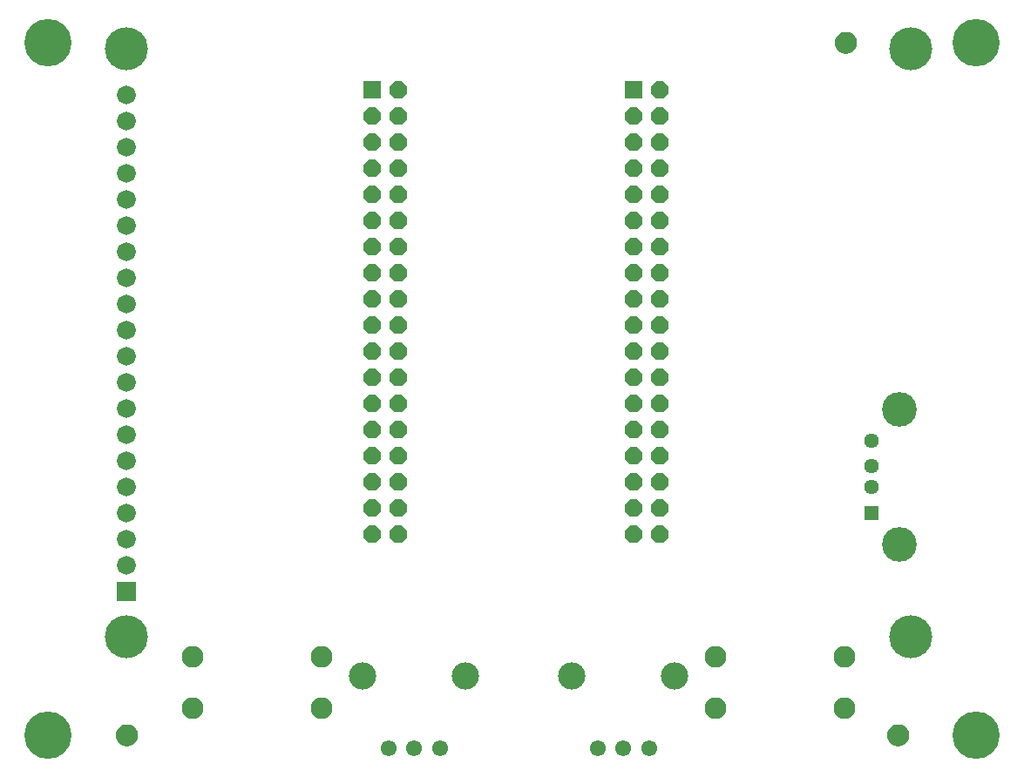
<source format=gbr>
G04 EAGLE Gerber RS-274X export*
G75*
%MOMM*%
%FSLAX34Y34*%
%LPD*%
%INSoldermask Bottom*%
%IPPOS*%
%AMOC8*
5,1,8,0,0,1.08239X$1,22.5*%
G01*
%ADD10C,0.609600*%
%ADD11C,1.168400*%
%ADD12C,4.597400*%
%ADD13C,1.552400*%
%ADD14C,2.652400*%
%ADD15R,1.828800X1.828800*%
%ADD16C,1.828800*%
%ADD17C,4.168400*%
%ADD18C,2.112400*%
%ADD19R,1.676400X1.676400*%
%ADD20P,1.814519X8X292.500000*%
%ADD21R,1.440400X1.440400*%
%ADD22C,1.440400*%
%ADD23C,3.372400*%


D10*
X106680Y38100D02*
X106682Y38287D01*
X106689Y38474D01*
X106701Y38661D01*
X106717Y38847D01*
X106737Y39033D01*
X106762Y39218D01*
X106792Y39403D01*
X106826Y39587D01*
X106865Y39770D01*
X106908Y39952D01*
X106956Y40132D01*
X107008Y40312D01*
X107065Y40490D01*
X107125Y40667D01*
X107191Y40842D01*
X107260Y41016D01*
X107334Y41188D01*
X107412Y41358D01*
X107494Y41526D01*
X107580Y41692D01*
X107670Y41856D01*
X107764Y42017D01*
X107862Y42177D01*
X107964Y42333D01*
X108070Y42488D01*
X108180Y42639D01*
X108293Y42788D01*
X108410Y42934D01*
X108530Y43077D01*
X108654Y43217D01*
X108781Y43354D01*
X108912Y43488D01*
X109046Y43619D01*
X109183Y43746D01*
X109323Y43870D01*
X109466Y43990D01*
X109612Y44107D01*
X109761Y44220D01*
X109912Y44330D01*
X110067Y44436D01*
X110223Y44538D01*
X110383Y44636D01*
X110544Y44730D01*
X110708Y44820D01*
X110874Y44906D01*
X111042Y44988D01*
X111212Y45066D01*
X111384Y45140D01*
X111558Y45209D01*
X111733Y45275D01*
X111910Y45335D01*
X112088Y45392D01*
X112268Y45444D01*
X112448Y45492D01*
X112630Y45535D01*
X112813Y45574D01*
X112997Y45608D01*
X113182Y45638D01*
X113367Y45663D01*
X113553Y45683D01*
X113739Y45699D01*
X113926Y45711D01*
X114113Y45718D01*
X114300Y45720D01*
X114487Y45718D01*
X114674Y45711D01*
X114861Y45699D01*
X115047Y45683D01*
X115233Y45663D01*
X115418Y45638D01*
X115603Y45608D01*
X115787Y45574D01*
X115970Y45535D01*
X116152Y45492D01*
X116332Y45444D01*
X116512Y45392D01*
X116690Y45335D01*
X116867Y45275D01*
X117042Y45209D01*
X117216Y45140D01*
X117388Y45066D01*
X117558Y44988D01*
X117726Y44906D01*
X117892Y44820D01*
X118056Y44730D01*
X118217Y44636D01*
X118377Y44538D01*
X118533Y44436D01*
X118688Y44330D01*
X118839Y44220D01*
X118988Y44107D01*
X119134Y43990D01*
X119277Y43870D01*
X119417Y43746D01*
X119554Y43619D01*
X119688Y43488D01*
X119819Y43354D01*
X119946Y43217D01*
X120070Y43077D01*
X120190Y42934D01*
X120307Y42788D01*
X120420Y42639D01*
X120530Y42488D01*
X120636Y42333D01*
X120738Y42177D01*
X120836Y42017D01*
X120930Y41856D01*
X121020Y41692D01*
X121106Y41526D01*
X121188Y41358D01*
X121266Y41188D01*
X121340Y41016D01*
X121409Y40842D01*
X121475Y40667D01*
X121535Y40490D01*
X121592Y40312D01*
X121644Y40132D01*
X121692Y39952D01*
X121735Y39770D01*
X121774Y39587D01*
X121808Y39403D01*
X121838Y39218D01*
X121863Y39033D01*
X121883Y38847D01*
X121899Y38661D01*
X121911Y38474D01*
X121918Y38287D01*
X121920Y38100D01*
X121918Y37913D01*
X121911Y37726D01*
X121899Y37539D01*
X121883Y37353D01*
X121863Y37167D01*
X121838Y36982D01*
X121808Y36797D01*
X121774Y36613D01*
X121735Y36430D01*
X121692Y36248D01*
X121644Y36068D01*
X121592Y35888D01*
X121535Y35710D01*
X121475Y35533D01*
X121409Y35358D01*
X121340Y35184D01*
X121266Y35012D01*
X121188Y34842D01*
X121106Y34674D01*
X121020Y34508D01*
X120930Y34344D01*
X120836Y34183D01*
X120738Y34023D01*
X120636Y33867D01*
X120530Y33712D01*
X120420Y33561D01*
X120307Y33412D01*
X120190Y33266D01*
X120070Y33123D01*
X119946Y32983D01*
X119819Y32846D01*
X119688Y32712D01*
X119554Y32581D01*
X119417Y32454D01*
X119277Y32330D01*
X119134Y32210D01*
X118988Y32093D01*
X118839Y31980D01*
X118688Y31870D01*
X118533Y31764D01*
X118377Y31662D01*
X118217Y31564D01*
X118056Y31470D01*
X117892Y31380D01*
X117726Y31294D01*
X117558Y31212D01*
X117388Y31134D01*
X117216Y31060D01*
X117042Y30991D01*
X116867Y30925D01*
X116690Y30865D01*
X116512Y30808D01*
X116332Y30756D01*
X116152Y30708D01*
X115970Y30665D01*
X115787Y30626D01*
X115603Y30592D01*
X115418Y30562D01*
X115233Y30537D01*
X115047Y30517D01*
X114861Y30501D01*
X114674Y30489D01*
X114487Y30482D01*
X114300Y30480D01*
X114113Y30482D01*
X113926Y30489D01*
X113739Y30501D01*
X113553Y30517D01*
X113367Y30537D01*
X113182Y30562D01*
X112997Y30592D01*
X112813Y30626D01*
X112630Y30665D01*
X112448Y30708D01*
X112268Y30756D01*
X112088Y30808D01*
X111910Y30865D01*
X111733Y30925D01*
X111558Y30991D01*
X111384Y31060D01*
X111212Y31134D01*
X111042Y31212D01*
X110874Y31294D01*
X110708Y31380D01*
X110544Y31470D01*
X110383Y31564D01*
X110223Y31662D01*
X110067Y31764D01*
X109912Y31870D01*
X109761Y31980D01*
X109612Y32093D01*
X109466Y32210D01*
X109323Y32330D01*
X109183Y32454D01*
X109046Y32581D01*
X108912Y32712D01*
X108781Y32846D01*
X108654Y32983D01*
X108530Y33123D01*
X108410Y33266D01*
X108293Y33412D01*
X108180Y33561D01*
X108070Y33712D01*
X107964Y33867D01*
X107862Y34023D01*
X107764Y34183D01*
X107670Y34344D01*
X107580Y34508D01*
X107494Y34674D01*
X107412Y34842D01*
X107334Y35012D01*
X107260Y35184D01*
X107191Y35358D01*
X107125Y35533D01*
X107065Y35710D01*
X107008Y35888D01*
X106956Y36068D01*
X106908Y36248D01*
X106865Y36430D01*
X106826Y36613D01*
X106792Y36797D01*
X106762Y36982D01*
X106737Y37167D01*
X106717Y37353D01*
X106701Y37539D01*
X106689Y37726D01*
X106682Y37913D01*
X106680Y38100D01*
D11*
X114300Y38100D03*
D10*
X805180Y711200D02*
X805182Y711387D01*
X805189Y711574D01*
X805201Y711761D01*
X805217Y711947D01*
X805237Y712133D01*
X805262Y712318D01*
X805292Y712503D01*
X805326Y712687D01*
X805365Y712870D01*
X805408Y713052D01*
X805456Y713232D01*
X805508Y713412D01*
X805565Y713590D01*
X805625Y713767D01*
X805691Y713942D01*
X805760Y714116D01*
X805834Y714288D01*
X805912Y714458D01*
X805994Y714626D01*
X806080Y714792D01*
X806170Y714956D01*
X806264Y715117D01*
X806362Y715277D01*
X806464Y715433D01*
X806570Y715588D01*
X806680Y715739D01*
X806793Y715888D01*
X806910Y716034D01*
X807030Y716177D01*
X807154Y716317D01*
X807281Y716454D01*
X807412Y716588D01*
X807546Y716719D01*
X807683Y716846D01*
X807823Y716970D01*
X807966Y717090D01*
X808112Y717207D01*
X808261Y717320D01*
X808412Y717430D01*
X808567Y717536D01*
X808723Y717638D01*
X808883Y717736D01*
X809044Y717830D01*
X809208Y717920D01*
X809374Y718006D01*
X809542Y718088D01*
X809712Y718166D01*
X809884Y718240D01*
X810058Y718309D01*
X810233Y718375D01*
X810410Y718435D01*
X810588Y718492D01*
X810768Y718544D01*
X810948Y718592D01*
X811130Y718635D01*
X811313Y718674D01*
X811497Y718708D01*
X811682Y718738D01*
X811867Y718763D01*
X812053Y718783D01*
X812239Y718799D01*
X812426Y718811D01*
X812613Y718818D01*
X812800Y718820D01*
X812987Y718818D01*
X813174Y718811D01*
X813361Y718799D01*
X813547Y718783D01*
X813733Y718763D01*
X813918Y718738D01*
X814103Y718708D01*
X814287Y718674D01*
X814470Y718635D01*
X814652Y718592D01*
X814832Y718544D01*
X815012Y718492D01*
X815190Y718435D01*
X815367Y718375D01*
X815542Y718309D01*
X815716Y718240D01*
X815888Y718166D01*
X816058Y718088D01*
X816226Y718006D01*
X816392Y717920D01*
X816556Y717830D01*
X816717Y717736D01*
X816877Y717638D01*
X817033Y717536D01*
X817188Y717430D01*
X817339Y717320D01*
X817488Y717207D01*
X817634Y717090D01*
X817777Y716970D01*
X817917Y716846D01*
X818054Y716719D01*
X818188Y716588D01*
X818319Y716454D01*
X818446Y716317D01*
X818570Y716177D01*
X818690Y716034D01*
X818807Y715888D01*
X818920Y715739D01*
X819030Y715588D01*
X819136Y715433D01*
X819238Y715277D01*
X819336Y715117D01*
X819430Y714956D01*
X819520Y714792D01*
X819606Y714626D01*
X819688Y714458D01*
X819766Y714288D01*
X819840Y714116D01*
X819909Y713942D01*
X819975Y713767D01*
X820035Y713590D01*
X820092Y713412D01*
X820144Y713232D01*
X820192Y713052D01*
X820235Y712870D01*
X820274Y712687D01*
X820308Y712503D01*
X820338Y712318D01*
X820363Y712133D01*
X820383Y711947D01*
X820399Y711761D01*
X820411Y711574D01*
X820418Y711387D01*
X820420Y711200D01*
X820418Y711013D01*
X820411Y710826D01*
X820399Y710639D01*
X820383Y710453D01*
X820363Y710267D01*
X820338Y710082D01*
X820308Y709897D01*
X820274Y709713D01*
X820235Y709530D01*
X820192Y709348D01*
X820144Y709168D01*
X820092Y708988D01*
X820035Y708810D01*
X819975Y708633D01*
X819909Y708458D01*
X819840Y708284D01*
X819766Y708112D01*
X819688Y707942D01*
X819606Y707774D01*
X819520Y707608D01*
X819430Y707444D01*
X819336Y707283D01*
X819238Y707123D01*
X819136Y706967D01*
X819030Y706812D01*
X818920Y706661D01*
X818807Y706512D01*
X818690Y706366D01*
X818570Y706223D01*
X818446Y706083D01*
X818319Y705946D01*
X818188Y705812D01*
X818054Y705681D01*
X817917Y705554D01*
X817777Y705430D01*
X817634Y705310D01*
X817488Y705193D01*
X817339Y705080D01*
X817188Y704970D01*
X817033Y704864D01*
X816877Y704762D01*
X816717Y704664D01*
X816556Y704570D01*
X816392Y704480D01*
X816226Y704394D01*
X816058Y704312D01*
X815888Y704234D01*
X815716Y704160D01*
X815542Y704091D01*
X815367Y704025D01*
X815190Y703965D01*
X815012Y703908D01*
X814832Y703856D01*
X814652Y703808D01*
X814470Y703765D01*
X814287Y703726D01*
X814103Y703692D01*
X813918Y703662D01*
X813733Y703637D01*
X813547Y703617D01*
X813361Y703601D01*
X813174Y703589D01*
X812987Y703582D01*
X812800Y703580D01*
X812613Y703582D01*
X812426Y703589D01*
X812239Y703601D01*
X812053Y703617D01*
X811867Y703637D01*
X811682Y703662D01*
X811497Y703692D01*
X811313Y703726D01*
X811130Y703765D01*
X810948Y703808D01*
X810768Y703856D01*
X810588Y703908D01*
X810410Y703965D01*
X810233Y704025D01*
X810058Y704091D01*
X809884Y704160D01*
X809712Y704234D01*
X809542Y704312D01*
X809374Y704394D01*
X809208Y704480D01*
X809044Y704570D01*
X808883Y704664D01*
X808723Y704762D01*
X808567Y704864D01*
X808412Y704970D01*
X808261Y705080D01*
X808112Y705193D01*
X807966Y705310D01*
X807823Y705430D01*
X807683Y705554D01*
X807546Y705681D01*
X807412Y705812D01*
X807281Y705946D01*
X807154Y706083D01*
X807030Y706223D01*
X806910Y706366D01*
X806793Y706512D01*
X806680Y706661D01*
X806570Y706812D01*
X806464Y706967D01*
X806362Y707123D01*
X806264Y707283D01*
X806170Y707444D01*
X806080Y707608D01*
X805994Y707774D01*
X805912Y707942D01*
X805834Y708112D01*
X805760Y708284D01*
X805691Y708458D01*
X805625Y708633D01*
X805565Y708810D01*
X805508Y708988D01*
X805456Y709168D01*
X805408Y709348D01*
X805365Y709530D01*
X805326Y709713D01*
X805292Y709897D01*
X805262Y710082D01*
X805237Y710267D01*
X805217Y710453D01*
X805201Y710639D01*
X805189Y710826D01*
X805182Y711013D01*
X805180Y711200D01*
D11*
X812800Y711200D03*
D10*
X855980Y38100D02*
X855982Y38287D01*
X855989Y38474D01*
X856001Y38661D01*
X856017Y38847D01*
X856037Y39033D01*
X856062Y39218D01*
X856092Y39403D01*
X856126Y39587D01*
X856165Y39770D01*
X856208Y39952D01*
X856256Y40132D01*
X856308Y40312D01*
X856365Y40490D01*
X856425Y40667D01*
X856491Y40842D01*
X856560Y41016D01*
X856634Y41188D01*
X856712Y41358D01*
X856794Y41526D01*
X856880Y41692D01*
X856970Y41856D01*
X857064Y42017D01*
X857162Y42177D01*
X857264Y42333D01*
X857370Y42488D01*
X857480Y42639D01*
X857593Y42788D01*
X857710Y42934D01*
X857830Y43077D01*
X857954Y43217D01*
X858081Y43354D01*
X858212Y43488D01*
X858346Y43619D01*
X858483Y43746D01*
X858623Y43870D01*
X858766Y43990D01*
X858912Y44107D01*
X859061Y44220D01*
X859212Y44330D01*
X859367Y44436D01*
X859523Y44538D01*
X859683Y44636D01*
X859844Y44730D01*
X860008Y44820D01*
X860174Y44906D01*
X860342Y44988D01*
X860512Y45066D01*
X860684Y45140D01*
X860858Y45209D01*
X861033Y45275D01*
X861210Y45335D01*
X861388Y45392D01*
X861568Y45444D01*
X861748Y45492D01*
X861930Y45535D01*
X862113Y45574D01*
X862297Y45608D01*
X862482Y45638D01*
X862667Y45663D01*
X862853Y45683D01*
X863039Y45699D01*
X863226Y45711D01*
X863413Y45718D01*
X863600Y45720D01*
X863787Y45718D01*
X863974Y45711D01*
X864161Y45699D01*
X864347Y45683D01*
X864533Y45663D01*
X864718Y45638D01*
X864903Y45608D01*
X865087Y45574D01*
X865270Y45535D01*
X865452Y45492D01*
X865632Y45444D01*
X865812Y45392D01*
X865990Y45335D01*
X866167Y45275D01*
X866342Y45209D01*
X866516Y45140D01*
X866688Y45066D01*
X866858Y44988D01*
X867026Y44906D01*
X867192Y44820D01*
X867356Y44730D01*
X867517Y44636D01*
X867677Y44538D01*
X867833Y44436D01*
X867988Y44330D01*
X868139Y44220D01*
X868288Y44107D01*
X868434Y43990D01*
X868577Y43870D01*
X868717Y43746D01*
X868854Y43619D01*
X868988Y43488D01*
X869119Y43354D01*
X869246Y43217D01*
X869370Y43077D01*
X869490Y42934D01*
X869607Y42788D01*
X869720Y42639D01*
X869830Y42488D01*
X869936Y42333D01*
X870038Y42177D01*
X870136Y42017D01*
X870230Y41856D01*
X870320Y41692D01*
X870406Y41526D01*
X870488Y41358D01*
X870566Y41188D01*
X870640Y41016D01*
X870709Y40842D01*
X870775Y40667D01*
X870835Y40490D01*
X870892Y40312D01*
X870944Y40132D01*
X870992Y39952D01*
X871035Y39770D01*
X871074Y39587D01*
X871108Y39403D01*
X871138Y39218D01*
X871163Y39033D01*
X871183Y38847D01*
X871199Y38661D01*
X871211Y38474D01*
X871218Y38287D01*
X871220Y38100D01*
X871218Y37913D01*
X871211Y37726D01*
X871199Y37539D01*
X871183Y37353D01*
X871163Y37167D01*
X871138Y36982D01*
X871108Y36797D01*
X871074Y36613D01*
X871035Y36430D01*
X870992Y36248D01*
X870944Y36068D01*
X870892Y35888D01*
X870835Y35710D01*
X870775Y35533D01*
X870709Y35358D01*
X870640Y35184D01*
X870566Y35012D01*
X870488Y34842D01*
X870406Y34674D01*
X870320Y34508D01*
X870230Y34344D01*
X870136Y34183D01*
X870038Y34023D01*
X869936Y33867D01*
X869830Y33712D01*
X869720Y33561D01*
X869607Y33412D01*
X869490Y33266D01*
X869370Y33123D01*
X869246Y32983D01*
X869119Y32846D01*
X868988Y32712D01*
X868854Y32581D01*
X868717Y32454D01*
X868577Y32330D01*
X868434Y32210D01*
X868288Y32093D01*
X868139Y31980D01*
X867988Y31870D01*
X867833Y31764D01*
X867677Y31662D01*
X867517Y31564D01*
X867356Y31470D01*
X867192Y31380D01*
X867026Y31294D01*
X866858Y31212D01*
X866688Y31134D01*
X866516Y31060D01*
X866342Y30991D01*
X866167Y30925D01*
X865990Y30865D01*
X865812Y30808D01*
X865632Y30756D01*
X865452Y30708D01*
X865270Y30665D01*
X865087Y30626D01*
X864903Y30592D01*
X864718Y30562D01*
X864533Y30537D01*
X864347Y30517D01*
X864161Y30501D01*
X863974Y30489D01*
X863787Y30482D01*
X863600Y30480D01*
X863413Y30482D01*
X863226Y30489D01*
X863039Y30501D01*
X862853Y30517D01*
X862667Y30537D01*
X862482Y30562D01*
X862297Y30592D01*
X862113Y30626D01*
X861930Y30665D01*
X861748Y30708D01*
X861568Y30756D01*
X861388Y30808D01*
X861210Y30865D01*
X861033Y30925D01*
X860858Y30991D01*
X860684Y31060D01*
X860512Y31134D01*
X860342Y31212D01*
X860174Y31294D01*
X860008Y31380D01*
X859844Y31470D01*
X859683Y31564D01*
X859523Y31662D01*
X859367Y31764D01*
X859212Y31870D01*
X859061Y31980D01*
X858912Y32093D01*
X858766Y32210D01*
X858623Y32330D01*
X858483Y32454D01*
X858346Y32581D01*
X858212Y32712D01*
X858081Y32846D01*
X857954Y32983D01*
X857830Y33123D01*
X857710Y33266D01*
X857593Y33412D01*
X857480Y33561D01*
X857370Y33712D01*
X857264Y33867D01*
X857162Y34023D01*
X857064Y34183D01*
X856970Y34344D01*
X856880Y34508D01*
X856794Y34674D01*
X856712Y34842D01*
X856634Y35012D01*
X856560Y35184D01*
X856491Y35358D01*
X856425Y35533D01*
X856365Y35710D01*
X856308Y35888D01*
X856256Y36068D01*
X856208Y36248D01*
X856165Y36430D01*
X856126Y36613D01*
X856092Y36797D01*
X856062Y36982D01*
X856037Y37167D01*
X856017Y37353D01*
X856001Y37539D01*
X855989Y37726D01*
X855982Y37913D01*
X855980Y38100D01*
D11*
X863600Y38100D03*
D12*
X939800Y711200D03*
X38100Y711200D03*
X38100Y38100D03*
X939800Y38100D03*
D13*
X418700Y25400D03*
X393700Y25400D03*
X368700Y25400D03*
D14*
X443700Y95400D03*
X343700Y95400D03*
D13*
X621900Y25400D03*
X596900Y25400D03*
X571900Y25400D03*
D14*
X646900Y95400D03*
X546900Y95400D03*
D15*
X114300Y177800D03*
D16*
X114300Y203200D03*
X114300Y228600D03*
X114300Y254000D03*
X114300Y279400D03*
X114300Y304800D03*
X114300Y330200D03*
X114300Y355600D03*
X114300Y381000D03*
X114300Y406400D03*
X114300Y431800D03*
X114300Y457200D03*
X114300Y482600D03*
X114300Y508000D03*
X114300Y533400D03*
X114300Y558800D03*
X114300Y584200D03*
X114300Y609600D03*
X114300Y635000D03*
X114300Y660400D03*
D17*
X114300Y133350D03*
X114300Y704850D03*
X876300Y133350D03*
X876300Y704850D03*
D18*
X686800Y113900D03*
X686800Y63900D03*
X811800Y63900D03*
X811800Y113900D03*
X178800Y113900D03*
X178800Y63900D03*
X303800Y63900D03*
X303800Y113900D03*
D19*
X352800Y664800D03*
D20*
X378200Y664800D03*
X352800Y639400D03*
X378200Y639400D03*
X352800Y614000D03*
X378200Y614000D03*
X352800Y588600D03*
X378200Y588600D03*
X352800Y563200D03*
X378200Y563200D03*
X352800Y537800D03*
X378200Y537800D03*
X352800Y512400D03*
X378200Y512400D03*
X352800Y487000D03*
X378200Y487000D03*
X352800Y461600D03*
X378200Y461600D03*
X352800Y436200D03*
X378200Y436200D03*
X352800Y410800D03*
X378200Y410800D03*
X352800Y385400D03*
X378200Y385400D03*
X352800Y360000D03*
X378200Y360000D03*
X352800Y334600D03*
X378200Y334600D03*
X352800Y309200D03*
X378200Y309200D03*
X352800Y283800D03*
X378200Y283800D03*
X352800Y258400D03*
X378200Y258400D03*
X352800Y233000D03*
X378200Y233000D03*
D19*
X606800Y664800D03*
D20*
X632200Y664800D03*
X606800Y639400D03*
X632200Y639400D03*
X606800Y614000D03*
X632200Y614000D03*
X606800Y588600D03*
X632200Y588600D03*
X606800Y563200D03*
X632200Y563200D03*
X606800Y537800D03*
X632200Y537800D03*
X606800Y512400D03*
X632200Y512400D03*
X606800Y487000D03*
X632200Y487000D03*
X606800Y461600D03*
X632200Y461600D03*
X606800Y436200D03*
X632200Y436200D03*
X606800Y410800D03*
X632200Y410800D03*
X606800Y385400D03*
X632200Y385400D03*
X606800Y360000D03*
X632200Y360000D03*
X606800Y334600D03*
X632200Y334600D03*
X606800Y309200D03*
X632200Y309200D03*
X606800Y283800D03*
X632200Y283800D03*
X606800Y258400D03*
X632200Y258400D03*
X606800Y233000D03*
X632200Y233000D03*
D21*
X838200Y254000D03*
D22*
X838200Y279000D03*
X838200Y299000D03*
X838200Y324000D03*
D23*
X865300Y223300D03*
X865300Y354700D03*
M02*

</source>
